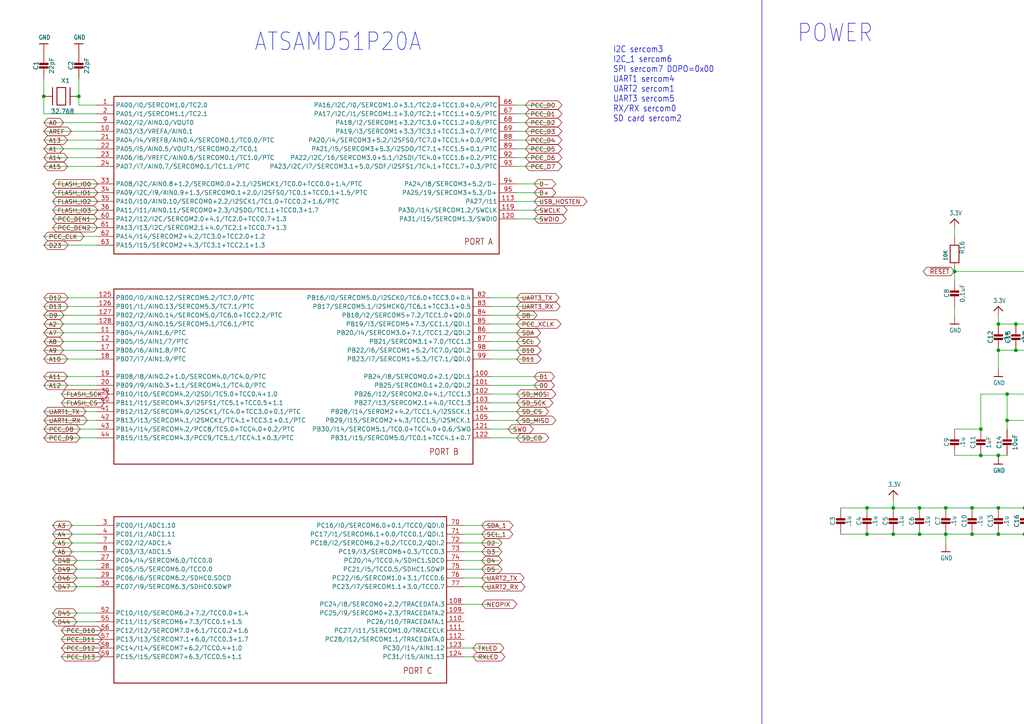
<source format=kicad_sch>
(kicad_sch (version 20231120) (generator "eeschema") (generator_version "8.0")
  (paper "A4")
  (lib_symbols
    (symbol "Adafruit Grand Central M4 Express rev B-eagle-import:3.3V" (power)
      (symbol "3.3V_1_0"
        (pin power_in line (at 0 -2.54 90) (length 2.54) (name "3.3V") (number "1"))
      )
    )
    (symbol "Adafruit Grand Central M4 Express rev B-eagle-import:CAP_CERAMIC0603_NO"
      (property "Reference" "C" (at -2.29 1.25 90))
      (symbol "CAP_CERAMIC0603_NO_1_0"
        (pin passive line (at 0 5.08 270) (length 2.54) (name "1") (number "1"))
        (pin passive line (at 0 -2.54 90) (length 2.54) (name "2") (number "2"))
      )
    )
    (symbol "Adafruit Grand Central M4 Express rev B-eagle-import:CAP_CERAMIC0805-NOOUTLINE"
      (property "Reference" "C" (at -2.29 1.25 90))
      (symbol "CAP_CERAMIC0805-NOOUTLINE_1_0"
        (pin passive line (at 0 5.08 270) (length 2.54) (name "1") (number "1"))
        (pin passive line (at 0 -2.54 90) (length 2.54) (name "2") (number "2"))
      )
    )
    (symbol "Adafruit Grand Central M4 Express rev B-eagle-import:INDUCTOR"
      (property "Reference" "L" (at 0 2.54 0))
      (symbol "INDUCTOR_1_0"
        (pin passive line (at -5.08 0 0) (length 2.54) (name "1") (number "P$1"))
        (pin passive line (at 5.08 0 180) (length 2.54) (name "2") (number "P$2"))
      )
    )
    (symbol "Adafruit Grand Central M4 Express rev B-eagle-import:RESISTOR_0603_NOOUT"
      (property "Reference" "R" (at 0 2.54 0))
      (symbol "RESISTOR_0603_NOOUT_1_0"
        (pin passive line (at -5.08 0 0) (length 2.54) (name "1") (number "1"))
        (pin passive line (at 5.08 0 180) (length 2.54) (name "2") (number "2"))
      )
    )
    (symbol "Adafruit Grand Central M4 Express rev B-eagle-import:SAMD51PXXA"
      (symbol "SAMD51PXXA_1_0"
        (text "PORT A" (at 45.72 -20.32 0) (effects (font (size 1.778 1.5113)) (justify left bottom)))
        (pin bidirectional line (at -60.96 20.32 0) (length 5.08) (name "PA00/I0/SERCOM1.0/TC2.0") (number "1"))
        (pin bidirectional line (at -60.96 12.7 0) (length 5.08) (name "PA03/I3/VREFA/AIN0.1") (number "10"))
        (pin bidirectional line (at 60.96 -7.62 180) (length 5.08) (name "PA27/I11") (number "113"))
        (pin bidirectional line (at 60.96 -10.16 180) (length 5.08) (name "PA30/I14/SERCOM1.2/SWCLK") (number "119"))
        (pin bidirectional line (at 60.96 -12.7 180) (length 5.08) (name "PA31/I15/SERCOM1.3/SWDIO") (number "120"))
        (pin bidirectional line (at -60.96 17.78 0) (length 5.08) (name "PA01/I1/SERCOM1.1/TC2.1") (number "2"))
        (pin bidirectional line (at -60.96 10.16 0) (length 5.08) (name "PA04/I4/VREFB/AIN0.4/SERCOM0.1/TC0.0/PTC") (number "21"))
        (pin bidirectional line (at -60.96 7.62 0) (length 5.08) (name "PA05/I5/AIN0.5/VOUT1/SERCOM0.2/TC0.1") (number "22"))
        (pin bidirectional line (at -60.96 5.08 0) (length 5.08) (name "PA06/I6/VREFC/AIN0.6/SERCOM0.1/TC1.0/PTC") (number "23"))
        (pin bidirectional line (at -60.96 2.54 0) (length 5.08) (name "PA07/I7/AIN0.7/SERCOM0.1/TC1.1/PTC") (number "24"))
        (pin bidirectional line (at -60.96 -2.54 0) (length 5.08) (name "PA08/I2C/AIN0.8+1.2/SERCOM0.0+2.1/I2SMCK1/TC0.0+TCC0.0+1.4/PTC") (number "33"))
        (pin bidirectional line (at -60.96 -5.08 0) (length 5.08) (name "PA09/I2C/I9/AIN0.9+1.3/SERCOM0.1+2.0/I2SFS0/TC0.1+TCC0.1+1.5/PTC") (number "34"))
        (pin bidirectional line (at -60.96 -7.62 0) (length 5.08) (name "PA10/I10/AIN0.10/SERCOM0+2.2/I2SCK1/TC1.0+TCC0.2+1.6/PTC") (number "35"))
        (pin bidirectional line (at -60.96 -10.16 0) (length 5.08) (name "PA11/I11/AIN0.11/SERCOM0+2.3/I2SDO/TC1.1+TCC0.3+1.7") (number "36"))
        (pin bidirectional line (at -60.96 -12.7 0) (length 5.08) (name "PA12/I12/I2C/SERCOM2.0+4.1/TC2.0+TCC0.7+1.3") (number "60"))
        (pin bidirectional line (at -60.96 -15.24 0) (length 5.08) (name "PA13/I13/I2C/SERCOM2.1+4.0/TC2.1+TCC0.7+1.3") (number "61"))
        (pin bidirectional line (at -60.96 -17.78 0) (length 5.08) (name "PA14/I14/SERCOM2+4.2/TC3.0+TCC2.0+1.2") (number "62"))
        (pin bidirectional line (at -60.96 -20.32 0) (length 5.08) (name "PA15/I15/SERCOM2+4.3/TC3.1+TCC2.1+1.3") (number "63"))
        (pin bidirectional line (at 60.96 20.32 180) (length 5.08) (name "PA16/I2C/I0/SERCOM1.0+3.1/TC2.0+TCC1.0+0.4/PTC") (number "66"))
        (pin bidirectional line (at 60.96 17.78 180) (length 5.08) (name "PA17/I2C/I1/SERCOM1.1+3.0/TC2.1+TCC1.1+0.5/PTC") (number "67"))
        (pin bidirectional line (at 60.96 15.24 180) (length 5.08) (name "PA18/I2/SERCOM1+3.2/TC3.0+TCC1.2+0.6/PTC") (number "68"))
        (pin bidirectional line (at 60.96 12.7 180) (length 5.08) (name "PA19/I3/SERCOM1+3.3/TC3.1+TCC1.3+0.7/PTC") (number "69"))
        (pin bidirectional line (at 60.96 10.16 180) (length 5.08) (name "PA20/I4/SERCOM3+5.2/I2SFS0/TC7.0+TCC1.4+0.0/PTC") (number "88"))
        (pin bidirectional line (at 60.96 7.62 180) (length 5.08) (name "PA21/I5/SERCOM3+5.3/I2SDO/TC7.1+TCC1.5+0.1/PTC") (number "89"))
        (pin bidirectional line (at -60.96 15.24 0) (length 5.08) (name "PA02/I2/AIN0.0/VOUT0") (number "9"))
        (pin bidirectional line (at 60.96 5.08 180) (length 5.08) (name "PA22/I2C/16/SERCOM3.0+5.1/I2SDI/TC4.0+TCC1.6+0.2/PTC") (number "92"))
        (pin bidirectional line (at 60.96 2.54 180) (length 5.08) (name "PA23/I2C/I7/SERCOM3.1+5.0/SOF/I2SFS1/TC4.1+TCC1.7+0.3/PTC") (number "93"))
        (pin bidirectional line (at 60.96 -2.54 180) (length 5.08) (name "PA24/I8/SERCOM3+5.2/D-") (number "94"))
        (pin bidirectional line (at 60.96 -5.08 180) (length 5.08) (name "PA25/19/SERCOM3+5.3/D+") (number "95"))
      )
      (symbol "SAMD51PXXA_2_0"
        (text "PORT B" (at 38.1 -25.4 0) (effects (font (size 1.778 1.5113)) (justify left bottom)))
        (pin bidirectional line (at 55.88 -2.54 180) (length 5.08) (name "PB24/I8/SERCOM0.0+2.1/QDI.1") (number "100"))
        (pin bidirectional line (at 55.88 -5.08 180) (length 5.08) (name "PB25/SERCOM0.1+2.0/QDI.2") (number "101"))
        (pin bidirectional line (at 55.88 -7.62 180) (length 5.08) (name "PB26/I12/SERCOM2.0+4.1/TCC1.3") (number "102"))
        (pin bidirectional line (at 55.88 -10.16 180) (length 5.08) (name "PB27/I13/SERCOM2.1+4.0/TCC1.3") (number "103"))
        (pin bidirectional line (at 55.88 -12.7 180) (length 5.08) (name "PB28/I14/SEROM2+4.2/TCC1.4/I2SSCK.1") (number "104"))
        (pin bidirectional line (at 55.88 -15.24 180) (length 5.08) (name "PB29/I15/SERCOM2+4.3/TCC1.5/I2SMCK.1") (number "105"))
        (pin bidirectional line (at -58.42 10.16 0) (length 5.08) (name "PB04/I4/AIN1.6/PTC") (number "11"))
        (pin bidirectional line (at -58.42 7.62 0) (length 5.08) (name "PB05/I5/AIN1/7/PTC") (number "12"))
        (pin bidirectional line (at 55.88 -17.78 180) (length 5.08) (name "PB30/I14/SERCOM5.1/TC0.0+TCC4.0+0.6/SWO") (number "121"))
        (pin bidirectional line (at 55.88 -20.32 180) (length 5.08) (name "PB31/I15/SERCOM5.0/TC0.1+TCC4.1+0.7") (number "122"))
        (pin bidirectional line (at -58.42 20.32 0) (length 5.08) (name "PB00/I0/AIN0.12/SERCOM5.2/TC7.0/PTC") (number "125"))
        (pin bidirectional line (at -58.42 17.78 0) (length 5.08) (name "PB01/I1/AIN0.13/SERCOM5.3/TC7.1/PTC") (number "126"))
        (pin bidirectional line (at -58.42 15.24 0) (length 5.08) (name "PB02/I2/AIN0.14/SERCOM5.0/TC6.0+TCC2.2/PTC") (number "127"))
        (pin bidirectional line (at -58.42 12.7 0) (length 5.08) (name "PB03/I3/AIN0.15/SERCOM5.1/TC6.1/PTC") (number "128"))
        (pin bidirectional line (at -58.42 5.08 0) (length 5.08) (name "PB06/I6/AIN1.8/PTC") (number "17"))
        (pin bidirectional line (at -58.42 2.54 0) (length 5.08) (name "PB07/I7/AIN1.9/PTC") (number "18"))
        (pin bidirectional line (at -58.42 -2.54 0) (length 5.08) (name "PB08/I8/AIN0.2+1.0/SERCOM4.0/TC4.0/PTC") (number "19"))
        (pin bidirectional line (at -58.42 -5.08 0) (length 5.08) (name "PB09/I9/AIN0.3+1.1/SERCOM4.1/TC4.0/PTC") (number "20"))
        (pin bidirectional line (at -58.42 -7.62 0) (length 5.08) (name "PB10/I10/SERCOM4.2/I2SDI/TC5.0+TCC0.4+1.0") (number "39"))
        (pin bidirectional line (at -58.42 -10.16 0) (length 5.08) (name "PB11/I11/SERCOM4.3/I2SFS1/TC5.1+TCC0.5+1.1") (number "40"))
        (pin bidirectional line (at -58.42 -12.7 0) (length 5.08) (name "PB12/I12/SERCOM4.0/I2SCK1/TC4.0+TCC3.0+0.1/PTC") (number "41"))
        (pin bidirectional line (at -58.42 -15.24 0) (length 5.08) (name "PB13/I13/SERCOM4.1/I2SMCK1/TC4.1+TCC3.1+0.1/PTC") (number "42"))
        (pin bidirectional line (at -58.42 -17.78 0) (length 5.08) (name "PB14/I14/SERCOM4.2/PCC8/TC5.0+TCC4.0+0.2/PTC") (number "43"))
        (pin bidirectional line (at -58.42 -20.32 0) (length 5.08) (name "PB15/I15/SERCOM4.3/PCC9/TC5.1/TCC4.1+0.3/PTC") (number "44"))
        (pin bidirectional line (at 55.88 20.32 180) (length 5.08) (name "PB16/I0/SERCOM5.0/I2SCK0/TC6.0+TCC3.0+0.4") (number "82"))
        (pin bidirectional line (at 55.88 17.78 180) (length 5.08) (name "PB17/SERCOM5.1/I2SMCK0/TC6.1+TCC3.1+0.5") (number "83"))
        (pin bidirectional line (at 55.88 15.24 180) (length 5.08) (name "PB18/I2/SERCOM5+7.2/TCC1.0+QDI.0") (number "84"))
        (pin bidirectional line (at 55.88 12.7 180) (length 5.08) (name "PB19/I3/SERCOM5+7.3/CC1.1/QDI.1") (number "85"))
        (pin bidirectional line (at 55.88 10.16 180) (length 5.08) (name "PB20/I4/SERCOM3.0+7.1/TCC1.2/QDI.2") (number "86"))
        (pin bidirectional line (at 55.88 7.62 180) (length 5.08) (name "PB21/SERCOM3.1+7.0/TCC1.3") (number "87"))
        (pin bidirectional line (at 55.88 5.08 180) (length 5.08) (name "PB22/I6/SERCOM1+5.2/TC7.0/QDI.2") (number "98"))
        (pin bidirectional line (at 55.88 2.54 180) (length 5.08) (name "PB23/I7/SERCOM1+5.3/TC7.1/QDI.0") (number "99"))
      )
      (symbol "SAMD51PXXA_3_0"
        (text "PORT C" (at 33.02 -27.94 0) (effects (font (size 1.778 1.5113)) (justify left bottom)))
        (pin bidirectional line (at 50.8 -7.62 180) (length 5.08) (name "PC24/I8/SERCOM0+2.2/TRACEDATA.3") (number "108"))
        (pin bidirectional line (at 50.8 -10.16 180) (length 5.08) (name "PC25/I9/SERCOM0+2.3/TRACEDATA.2") (number "109"))
        (pin bidirectional line (at 50.8 -12.7 180) (length 5.08) (name "PC26/I10/TRACEDATA.1") (number "110"))
        (pin bidirectional line (at 50.8 -15.24 180) (length 5.08) (name "PC27/I11/SERCOM1.0/TRACECLK") (number "111"))
        (pin bidirectional line (at 50.8 -17.78 180) (length 5.08) (name "PC28/I12/SERCOM1.1/TRACEDATA.0") (number "112"))
        (pin bidirectional line (at 50.8 -20.32 180) (length 5.08) (name "PC30/I14/AIN1.12") (number "123"))
        (pin bidirectional line (at 50.8 -22.86 180) (length 5.08) (name "PC31/I15/AIN1.13") (number "124"))
        (pin bidirectional line (at -55.88 5.08 0) (length 5.08) (name "PC04/I4/SERCOM6.0/TCC0.0") (number "27"))
        (pin bidirectional line (at -55.88 2.54 0) (length 5.08) (name "PC05/I5/SERCOM6.0/TCC0.0") (number "28"))
        (pin bidirectional line (at -55.88 0 0) (length 5.08) (name "PC06/I6/SERCOM6.2/SDHC0.SDCD") (number "29"))
        (pin bidirectional line (at -55.88 15.24 0) (length 5.08) (name "PC00/I1/ADC1.10") (number "3"))
        (pin bidirectional line (at -55.88 -2.54 0) (length 5.08) (name "PC07/I9/SERCOM6.3/SDHC0.SDWP") (number "30"))
        (pin bidirectional line (at -55.88 12.7 0) (length 5.08) (name "PC01/I1/ADC1.11") (number "4"))
        (pin bidirectional line (at -55.88 -10.16 0) (length 5.08) (name "PC10/I10/SERCOM6.2+7.2/TCC0.0+1.4") (number "52"))
        (pin bidirectional line (at -55.88 -12.7 0) (length 5.08) (name "PC11/I11/SERCOM6+7.3/TCC0.1+1.5") (number "55"))
        (pin bidirectional line (at -55.88 -15.24 0) (length 5.08) (name "PC12/I12/SERCOM7.0+6.1/TCC0.2+1.6") (number "56"))
        (pin bidirectional line (at -55.88 -17.78 0) (length 5.08) (name "PC13/I13/SERCOM7.1+6.0/TCC0.3+1.7") (number "57"))
        (pin bidirectional line (at -55.88 -20.32 0) (length 5.08) (name "PC14/I14/SERCOM7+6.2/TCC0.4+1.0") (number "58"))
        (pin bidirectional line (at -55.88 -22.86 0) (length 5.08) (name "PC15/I15/SERCOM7+6.3/TCC0.5+1.1") (number "59"))
        (pin bidirectional line (at -55.88 10.16 0) (length 5.08) (name "PC02/I2/ADC1.4") (number "7"))
        (pin bidirectional line (at 50.8 15.24 180) (length 5.08) (name "PC16/I0/SERCOM6.0+0.1/TCC0/QDI.0") (number "70"))
        (pin bidirectional line (at 50.8 12.7 180) (length 5.08) (name "PC17/I1/SERCOM6.1+0.0/TCC0.1/QDI.1") (number "71"))
        (pin bidirectional line (at 50.8 10.16 180) (length 5.08) (name "PC18/I2/SERCOM6.2+0.2/TCC0.2/QDI.2") (number "72"))
        (pin bidirectional line (at 50.8 7.62 180) (length 5.08) (name "PC19/I3/SERCOM6+0.3/TCC0.3") (number "73"))
        (pin bidirectional line (at 50.8 5.08 180) (length 5.08) (name "PC20/I4/TCC0.4/SDHC1.SDCD") (number "74"))
        (pin bidirectional line (at 50.8 2.54 180) (length 5.08) (name "PC21/I5/TCC0.5/SDHC1.SDWP") (number "75"))
        (pin bidirectional line (at 50.8 0 180) (length 5.08) (name "PC22/I6/SERCOM1.0+3.1/TCC0.6") (number "76"))
        (pin bidirectional line (at 50.8 -2.54 180) (length 5.08) (name "PC23/I7/SERCOM1.1+3.0/TCC0.7") (number "77"))
        (pin bidirectional line (at -55.88 7.62 0) (length 5.08) (name "PC03/I3/ADC1.5") (number "8"))
      )
      (symbol "SAMD51PXXA_4_0"
        (text "PORT D" (at 35.56 -7.62 0) (effects (font (size 1.778 1.5113)) (justify left bottom)))
        (pin bidirectional line (at -53.34 12.7 0) (length 5.08) (name "PD00/I0/AIN1.14") (number "13"))
        (pin bidirectional line (at -53.34 10.16 0) (length 5.08) (name "PD01/I1/AIN1.14") (number "16"))
        (pin bidirectional line (at -53.34 5.08 0) (length 5.08) (name "PD08/I3/SERCOM7.0+6.1/TCC0.1") (number "47"))
        (pin bidirectional line (at -53.34 2.54 0) (length 5.08) (name "PD09/I4/SERCOM7.1+6.0/TCC0.2") (number "48"))
        (pin bidirectional line (at -53.34 0 0) (length 5.08) (name "PD10/I5/SERCOM7+6.2/TCC0.3") (number "49"))
        (pin bidirectional line (at -53.34 -2.54 0) (length 5.08) (name "PD11/I6/SERCOM7+6.3/TCC0.4") (number "50"))
        (pin bidirectional line (at -53.34 -5.08 0) (length 5.08) (name "PD12/I7/TCC0.5") (number "51"))
        (pin bidirectional line (at 53.34 12.7 180) (length 5.08) (name "PD20/I10/SERCOM1+3.2/TCC1.0/SDHC1.SDCD") (number "80"))
        (pin bidirectional line (at 53.34 10.16 180) (length 5.08) (name "PD21/I11/SERCOM1+3.3/TCC1.1/SDHC1.SDWP") (number "81"))
      )
      (symbol "SAMD51PXXA_5_0"
        (text "POWER" (at 2.54 -33.02 0) (effects (font (size 1.778 1.5113)) (justify left bottom)))
        (pin bidirectional line (at 20.32 -15.24 180) (length 5.08) (name "GND9") (number "106"))
        (pin bidirectional line (at -20.32 -30.48 0) (length 5.08) (name "VDDIO6") (number "107"))
        (pin bidirectional line (at -20.32 22.86 0) (length 5.08) (name "~{RESET}") (number "114"))
        (pin bidirectional line (at -20.32 5.08 0) (length 5.08) (name "VDDCORE") (number "115"))
        (pin bidirectional line (at 20.32 22.86 180) (length 5.08) (name "GNDIO") (number "116"))
        (pin bidirectional line (at -20.32 -2.54 0) (length 5.08) (name "VSW") (number "117"))
        (pin bidirectional line (at -20.32 -33.02 0) (length 5.08) (name "VDDIO7") (number "118"))
        (pin bidirectional line (at 20.32 17.78 180) (length 5.08) (name "GNDANA") (number "14"))
        (pin bidirectional line (at -20.32 15.24 0) (length 5.08) (name "VDDANA1") (number "15"))
        (pin bidirectional line (at 20.32 15.24 180) (length 5.08) (name "GNDANA1") (number "25"))
        (pin bidirectional line (at -20.32 12.7 0) (length 5.08) (name "VDDANA2") (number "26"))
        (pin bidirectional line (at 20.32 5.08 180) (length 5.08) (name "GND1") (number "31"))
        (pin bidirectional line (at -20.32 -7.62 0) (length 5.08) (name "VDDIOB") (number "32"))
        (pin bidirectional line (at -20.32 -10.16 0) (length 5.08) (name "VDDIOB1") (number "37"))
        (pin bidirectional line (at 20.32 2.54 180) (length 5.08) (name "GND2") (number "38"))
        (pin bidirectional line (at 20.32 0 180) (length 5.08) (name "GND3") (number "45"))
        (pin bidirectional line (at -20.32 -15.24 0) (length 5.08) (name "VDDIO") (number "46"))
        (pin bidirectional line (at 20.32 7.62 180) (length 5.08) (name "GND") (number "5"))
        (pin bidirectional line (at 20.32 -2.54 180) (length 5.08) (name "GND4") (number "53"))
        (pin bidirectional line (at -20.32 -17.78 0) (length 5.08) (name "VDDIO1") (number "54"))
        (pin bidirectional line (at -20.32 17.78 0) (length 5.08) (name "VDDANA") (number "6"))
        (pin bidirectional line (at 20.32 -5.08 180) (length 5.08) (name "GND5") (number "64"))
        (pin bidirectional line (at -20.32 -20.32 0) (length 5.08) (name "VDDIO2") (number "65"))
        (pin bidirectional line (at 20.32 -7.62 180) (length 5.08) (name "GND6") (number "78"))
        (pin bidirectional line (at -20.32 -22.86 0) (length 5.08) (name "VDDIO3") (number "79"))
        (pin bidirectional line (at 20.32 -10.16 180) (length 5.08) (name "GND7") (number "90"))
        (pin bidirectional line (at -20.32 -25.4 0) (length 5.08) (name "VDDIO4") (number "91"))
        (pin bidirectional line (at 20.32 -12.7 180) (length 5.08) (name "GND8") (number "96"))
        (pin bidirectional line (at -20.32 -27.94 0) (length 5.08) (name "VDDIO5") (number "97"))
      )
    )
    (symbol "Adafruit Grand Central M4 Express rev B-eagle-import:XTAL-3.2X1.5"
      (property "Reference" "X" (at -2.54 3.81 0))
      (symbol "XTAL-3.2X1.5_1_0"
        (pin bidirectional line (at -5.08 0 0) (length 2.54) (name "P$1") (number "P$1"))
        (pin bidirectional line (at 5.08 0 180) (length 2.54) (name "P$2") (number "P$2"))
      )
    )
    (symbol "Adafruit Grand Central M4 Express rev B-eagle-import:microbuilder_GND" (power)
      (symbol "microbuilder_GND_1_0"
        (pin power_in line (at 0 2.54 270) (length 2.54) (name "GND") (number "1"))
      )
    )
  )
  (junction (at 355.6 114.3))
  (junction (at 276.86 78.74))
  (junction (at 284.48 124.46))
  (junction (at 297.18 147.32))
  (junction (at 289.56 132.08))
  (junction (at 355.6 116.84))
  (junction (at 266.7 147.32))
  (junction (at 314.96 149.86))
  (junction (at 292.1 121.92))
  (junction (at 355.6 134.62))
  (junction (at 292.1 114.3))
  (junction (at 314.96 147.32))
  (junction (at 314.96 129.54))
  (junction (at 297.18 154.94))
  (junction (at 314.96 104.14))
  (junction (at 259.08 147.32))
  (junction (at 355.6 132.08))
  (junction (at 314.96 101.6))
  (junction (at 355.6 129.54))
  (junction (at 281.94 147.32))
  (junction (at 314.96 134.62))
  (junction (at 12.7 27.94))
  (junction (at 22.86 27.94))
  (junction (at 314.96 137.16))
  (junction (at 274.32 154.94))
  (junction (at 355.6 127))
  (junction (at 259.08 154.94))
  (junction (at 251.46 147.32))
  (junction (at 355.6 111.76))
  (junction (at 274.32 147.32))
  (junction (at 289.56 147.32))
  (junction (at 289.56 101.6))
  (junction (at 307.34 147.32))
  (junction (at 289.56 154.94))
  (junction (at 355.6 124.46))
  (junction (at 284.48 132.08))
  (junction (at 302.26 147.32))
  (junction (at 314.96 142.24))
  (junction (at 355.6 104.14))
  (junction (at 289.56 93.98))
  (junction (at 355.6 119.38))
  (junction (at 251.46 154.94))
  (junction (at 281.94 154.94))
  (junction (at 314.96 144.78))
  (junction (at 299.72 93.98))
  (junction (at 302.26 154.94))
  (junction (at 355.6 101.6))
  (junction (at 266.7 154.94))
  (junction (at 294.64 101.6))
  (junction (at 355.6 121.92))
  (junction (at 294.64 93.98))
  (junction (at 314.96 139.7))
  (wire (pts (xy 149.86 55.88) (xy 157.48 55.88)) (stroke (width 0.1524)))
  (wire (pts (xy 284.48 114.3) (xy 284.48 124.46)) (stroke (width 0.1524)))
  (wire (pts (xy 27.94 187.96) (xy 17.78 187.96)) (stroke (width 0.1524)))
  (wire (pts (xy 274.32 154.94) (xy 281.94 154.94)) (stroke (width 0.1524)))
  (wire (pts (xy 27.94 116.84) (xy 17.78 116.84)) (stroke (width 0.1524)))
  (wire (pts (xy 355.6 114.3) (xy 355.6 111.76)) (stroke (width 0.1524)))
  (wire (pts (xy 12.7 48.26) (xy 27.94 48.26)) (stroke (width 0.1524)))
  (wire (pts (xy 134.62 157.48) (xy 144.78 157.48)) (stroke (width 0.1524)))
  (wire (pts (xy 27.94 53.34) (xy 15.24 53.34)) (stroke (width 0.1524)))
  (wire (pts (xy 160.02 38.1) (xy 149.86 38.1)) (stroke (width 0.1524)))
  (wire (pts (xy 294.64 101.6) (xy 289.56 101.6)) (stroke (width 0.1524)))
  (wire (pts (xy 27.94 71.12) (xy 12.7 71.12)) (stroke (width 0.1524)))
  (wire (pts (xy 284.48 132.08) (xy 276.86 132.08)) (stroke (width 0.1524)))
  (wire (pts (xy 314.96 129.54) (xy 314.96 134.62)) (stroke (width 0.1524)))
  (wire (pts (xy 276.86 81.28) (xy 276.86 78.74)) (stroke (width 0.1524)))
  (wire (pts (xy 27.94 58.42) (xy 15.24 58.42)) (stroke (width 0.1524)))
  (wire (pts (xy 27.94 33.02) (xy 12.7 33.02)) (stroke (width 0.1524)))
  (wire (pts (xy 27.94 60.96) (xy 15.24 60.96)) (stroke (width 0.1524)))
  (wire (pts (xy 149.86 43.18) (xy 160.02 43.18)) (stroke (width 0.1524)))
  (wire (pts (xy 266.7 147.32) (xy 274.32 147.32)) (stroke (width 0.1524)))
  (wire (pts (xy 27.94 86.36) (xy 12.7 86.36)) (stroke (width 0.1524)))
  (wire (pts (xy 284.48 132.08) (xy 289.56 132.08)) (stroke (width 0.1524)))
  (wire (pts (xy 134.62 162.56) (xy 144.78 162.56)) (stroke (width 0.1524)))
  (wire (pts (xy 27.94 162.56) (xy 15.24 162.56)) (stroke (width 0.1524)))
  (wire (pts (xy 15.24 160.02) (xy 27.94 160.02)) (stroke (width 0.1524)))
  (wire (pts (xy 134.62 160.02) (xy 144.78 160.02)) (stroke (width 0.1524)))
  (wire (pts (xy 142.24 96.52) (xy 154.94 96.52)) (stroke (width 0.1524)))
  (wire (pts (xy 292.1 114.3) (xy 284.48 114.3)) (stroke (width 0.1524)))
  (wire (pts (xy 292.1 132.08) (xy 289.56 132.08)) (stroke (width 0.1524)))
  (wire (pts (xy 304.8 101.6) (xy 304.8 93.98)) (stroke (width 0.1524)))
  (wire (pts (xy 355.6 111.76) (xy 355.6 104.14)) (stroke (width 0.1524)))
  (wire (pts (xy 134.62 175.26) (xy 142.24 175.26)) (stroke (width 0.1524)))
  (wire (pts (xy 314.96 149.86) (xy 314.96 152.4)) (stroke (width 0.1524)))
  (wire (pts (xy 302.26 154.94) (xy 307.34 154.94)) (stroke (width 0.1524)))
  (wire (pts (xy 12.7 93.98) (xy 27.94 93.98)) (stroke (width 0.1524)))
  (wire (pts (xy 142.24 111.76) (xy 157.48 111.76)) (stroke (width 0.1524)))
  (wire (pts (xy 259.08 147.32) (xy 266.7 147.32)) (stroke (width 0.1524)))
  (wire (pts (xy 276.86 66.04) (xy 276.86 68.58)) (stroke (width 0.1524)))
  (wire (pts (xy 15.24 154.94) (xy 27.94 154.94)) (stroke (width 0.1524)))
  (wire (pts (xy 27.94 119.38) (xy 12.7 119.38)) (stroke (width 0.1524)))
  (wire (pts (xy 134.62 218.44) (xy 144.78 218.44)) (stroke (width 0.1524)))
  (wire (pts (xy 27.94 45.72) (xy 12.7 45.72)) (stroke (width 0.1524)))
  (wire (pts (xy 314.96 134.62) (xy 314.96 137.16)) (stroke (width 0.1524)))
  (wire (pts (xy 27.94 35.56) (xy 12.7 35.56)) (stroke (width 0.1524)))
  (wire (pts (xy 292.1 121.92) (xy 292.1 124.46)) (stroke (width 0.1524)))
  (wire (pts (xy 134.62 170.18) (xy 142.24 170.18)) (stroke (width 0.1524)))
  (wire (pts (xy 266.7 154.94) (xy 259.08 154.94)) (stroke (width 0.1524)))
  (wire (pts (xy 314.96 127) (xy 314.96 129.54)) (stroke (width 0.1524)))
  (wire (pts (xy 15.24 63.5) (xy 27.94 63.5)) (stroke (width 0.1524)))
  (wire (pts (xy 281.94 154.94) (xy 289.56 154.94)) (stroke (width 0.1524)))
  (wire (pts (xy 134.62 187.96) (xy 142.24 187.96)) (stroke (width 0.1524)))
  (wire (pts (xy 27.94 177.8) (xy 15.24 177.8)) (stroke (width 0.1524)))
  (wire (pts (xy 251.46 147.32) (xy 243.84 147.32)) (stroke (width 0.1524)))
  (wire (pts (xy 27.94 180.34) (xy 15.24 180.34)) (stroke (width 0.1524)))
  (wire (pts (xy 15.24 157.48) (xy 27.94 157.48)) (stroke (width 0.1524)))
  (wire (pts (xy 160.02 33.02) (xy 149.86 33.02)) (stroke (width 0.1524)))
  (wire (pts (xy 12.7 109.22) (xy 27.94 109.22)) (stroke (width 0.1524)))
  (wire (pts (xy 27.94 88.9) (xy 12.7 88.9)) (stroke (width 0.1524)))
  (wire (pts (xy 27.94 68.58) (xy 12.7 68.58)) (stroke (width 0.1524)))
  (wire (pts (xy 314.96 137.16) (xy 314.96 139.7)) (stroke (width 0.1524)))
  (wire (pts (xy 276.86 91.44) (xy 276.86 88.9)) (stroke (width 0.1524)))
  (wire (pts (xy 27.94 226.06) (xy 15.24 226.06)) (stroke (width 0.1524)))
  (wire (pts (xy 134.62 154.94) (xy 144.78 154.94)) (stroke (width 0.1524)))
  (wire (pts (xy 276.86 78.74) (xy 314.96 78.74)) (stroke (width 0.1524)))
  (wire (pts (xy 142.24 124.46) (xy 149.86 124.46)) (stroke (width 0.1524)))
  (wire (pts (xy 149.86 45.72) (xy 157.48 45.72)) (stroke (width 0.1524)))
  (wire (pts (xy 27.94 114.3) (xy 17.78 114.3)) (stroke (width 0.1524)))
  (wire (pts (xy 274.32 157.48) (xy 274.32 154.94)) (stroke (width 0.1524)))
  (wire (pts (xy 12.7 111.76) (xy 27.94 111.76)) (stroke (width 0.1524)))
  (wire (pts (xy 297.18 147.32) (xy 302.26 147.32)) (stroke (width 0.1524)))
  (wire (pts (xy 27.94 40.64) (xy 12.7 40.64)) (stroke (width 0.1524)))
  (wire (pts (xy 304.8 93.98) (xy 299.72 93.98)) (stroke (width 0.1524)))
  (wire (pts (xy 289.56 147.32) (xy 297.18 147.32)) (stroke (width 0.1524)))
  (wire (pts (xy 27.94 228.6) (xy 15.24 228.6)) (stroke (width 0.1524)))
  (wire (pts (xy 15.24 152.4) (xy 27.94 152.4)) (stroke (width 0.1524)))
  (wire (pts (xy 307.34 147.32) (xy 302.26 147.32)) (stroke (width 0.1524)))
  (wire (pts (xy 314.96 142.24) (xy 314.96 144.78)) (stroke (width 0.1524)))
  (wire (pts (xy 27.94 121.92) (xy 12.7 121.92)) (stroke (width 0.1524)))
  (wire (pts (xy 314.96 78.74) (xy 314.96 96.52)) (stroke (width 0.1524)))
  (wire (pts (xy 27.94 236.22) (xy 15.24 236.22)) (stroke (width 0.1524)))
  (wire (pts (xy 142.24 109.22) (xy 157.48 109.22)) (stroke (width 0.1524)))
  (wire (pts (xy 142.24 119.38) (xy 157.48 119.38)) (stroke (width 0.1524)))
  (wire (pts (xy 12.7 101.6) (xy 27.94 101.6)) (stroke (width 0.1524)))
  (wire (pts (xy 12.7 96.52) (xy 27.94 96.52)) (stroke (width 0.1524)))
  (wire (pts (xy 294.64 93.98) (xy 289.56 93.98)) (stroke (width 0.1524)))
  (wire (pts (xy 314.96 139.7) (xy 314.96 142.24)) (stroke (width 0.1524)))
  (wire (pts (xy 27.94 167.64) (xy 15.24 167.64)) (stroke (width 0.1524)))
  (wire (pts (xy 27.94 124.46) (xy 12.7 124.46)) (stroke (width 0.1524)))
  (wire (pts (xy 134.62 152.4) (xy 144.78 152.4)) (stroke (width 0.1524)))
  (wire (pts (xy 142.24 86.36) (xy 154.94 86.36)) (stroke (width 0.1524)))
  (wire (pts (xy 27.94 190.5) (xy 17.78 190.5)) (stroke (width 0.1524)))
  (wire (pts (xy 27.94 233.68) (xy 15.24 233.68)) (stroke (width 0.1524)))
  (wire (pts (xy 27.94 165.1) (xy 15.24 165.1)) (stroke (width 0.1524)))
  (wire (pts (xy 314.96 121.92) (xy 307.34 121.92)) (stroke (width 0.1524)))
  (wire (pts (xy 355.6 129.54) (xy 355.6 127)) (stroke (width 0.1524)))
  (wire (pts (xy 149.86 63.5) (xy 157.48 63.5)) (stroke (width 0.1524)))
  (wire (pts (xy 27.94 55.88) (xy 15.24 55.88)) (stroke (width 0.1524)))
  (wire (pts (xy 142.24 114.3) (xy 157.48 114.3)) (stroke (width 0.1524)))
  (wire (pts (xy 134.62 190.5) (xy 142.24 190.5)) (stroke (width 0.1524)))
  (wire (pts (xy 27.94 30.48) (xy 22.86 30.48)) (stroke (width 0.1524)))
  (wire (pts (xy 27.94 43.18) (xy 12.7 43.18)) (stroke (width 0.1524)))
  (wire (pts (xy 355.6 134.62) (xy 355.6 132.08)) (stroke (width 0.1524)))
  (wire (pts (xy 355.6 119.38) (xy 355.6 116.84)) (stroke (width 0.1524)))
  (wire (pts (xy 134.62 165.1) (xy 144.78 165.1)) (stroke (width 0.1524)))
  (wire (pts (xy 27.94 170.18) (xy 15.24 170.18)) (stroke (width 0.1524)))
  (wire (pts (xy 12.7 99.06) (xy 27.94 99.06)) (stroke (width 0.1524)))
  (wire (pts (xy 142.24 104.14) (xy 154.94 104.14)) (stroke (width 0.1524)))
  (wire (pts (xy 142.24 91.44) (xy 154.94 91.44)) (stroke (width 0.1524)))
  (wire (pts (xy 355.6 127) (xy 355.6 124.46)) (stroke (width 0.1524)))
  (wire (pts (xy 259.08 147.32) (xy 251.46 147.32)) (stroke (width 0.1524)))
  (wire (pts (xy 297.18 121.92) (xy 292.1 121.92)) (stroke (width 0.1524)))
  (wire (pts (xy 274.32 147.32) (xy 281.94 147.32)) (stroke (width 0.1524)))
  (wire (pts (xy 314.96 104.14) (xy 314.96 101.6)) (stroke (width 0.1524)))
  (wire (pts (xy 142.24 116.84) (xy 157.48 116.84)) (stroke (width 0.1524)))
  (wire (pts (xy 355.6 124.46) (xy 355.6 121.92)) (stroke (width 0.1524)))
  (wire (pts (xy 142.24 101.6) (xy 154.94 101.6)) (stroke (width 0.1524)))
  (wire (pts (xy 12.7 27.94) (xy 12.7 22.86)) (stroke (width 0.1524)))
  (wire (pts (xy 251.46 154.94) (xy 243.84 154.94)) (stroke (width 0.1524)))
  (wire (pts (xy 266.7 154.94) (xy 274.32 154.94)) (stroke (width 0.1524)))
  (wire (pts (xy 149.86 60.96) (xy 157.48 60.96)) (stroke (width 0.1524)))
  (wire (pts (xy 142.24 121.92) (xy 157.48 121.92)) (stroke (width 0.1524)))
  (wire (pts (xy 292.1 114.3) (xy 292.1 121.92)) (stroke (width 0.1524)))
  (wire (pts (xy 12.7 33.02) (xy 12.7 27.94)) (stroke (width 0.1524)))
  (wire (pts (xy 160.02 35.56) (xy 149.86 35.56)) (stroke (width 0.1524)))
  (wire (pts (xy 134.62 167.64) (xy 142.24 167.64)) (stroke (width 0.1524)))
  (wire (pts (xy 314.96 114.3) (xy 292.1 114.3)) (stroke (width 0.1524)))
  (wire (pts (xy 142.24 99.06) (xy 154.94 99.06)) (stroke (width 0.1524)))
  (wire (pts (xy 314.96 101.6) (xy 304.8 101.6)) (stroke (width 0.1524)))
  (wire (pts (xy 307.34 147.32) (xy 314.96 147.32)) (stroke (width 0.1524)))
  (wire (pts (xy 149.86 40.64) (xy 160.02 40.64)) (stroke (width 0.1524)))
  (wire (pts (xy 355.6 132.08) (xy 355.6 129.54)) (stroke (width 0.1524)))
  (wire (pts (xy 297.18 154.94) (xy 302.26 154.94)) (stroke (width 0.1524)))
  (wire (pts (xy 134.62 220.98) (xy 144.78 220.98)) (stroke (width 0.1524)))
  (wire (pts (xy 142.24 88.9) (xy 154.94 88.9)) (stroke (width 0.1524)))
  (wire (pts (xy 27.94 231.14) (xy 15.24 231.14)) (stroke (width 0.1524)))
  (wire (pts (xy 22.86 30.48) (xy 22.86 27.94)) (stroke (width 0.1524)))
  (wire (pts (xy 15.24 66.04) (xy 27.94 66.04)) (stroke (width 0.1524)))
  (wire (pts (xy 27.94 182.88) (xy 17.78 182.88)) (stroke (width 0.1524)))
  (wire (pts (xy 160.02 30.48) (xy 149.86 30.48)) (stroke (width 0.1524)))
  (wire (pts (xy 355.6 101.6) (xy 355.6 96.52)) (stroke (width 0.1524)))
  (wire (pts (xy 276.86 124.46) (xy 284.48 124.46)) (stroke (width 0.1524)))
  (wire (pts (xy 355.6 104.14) (xy 355.6 101.6)) (stroke (width 0.1524)))
  (wire (pts (xy 149.86 53.34) (xy 157.48 53.34)) (stroke (width 0.1524)))
  (wire (pts (xy 142.24 127) (xy 157.48 127)) (stroke (width 0.1524)))
  (wire (pts (xy 149.86 58.42) (xy 157.48 58.42)) (stroke (width 0.1524)))
  (wire (pts (xy 314.96 144.78) (xy 314.96 147.32)) (stroke (width 0.1524)))
  (wire (pts (xy 27.94 91.44) (xy 12.7 91.44)) (stroke (width 0.1524)))
  (wire (pts (xy 289.56 91.44) (xy 289.56 93.98)) (stroke (width 0.1524)))
  (wire (pts (xy 289.56 154.94) (xy 297.18 154.94)) (stroke (width 0.1524)))
  (wire (pts (xy 314.96 106.68) (xy 314.96 104.14)) (stroke (width 0.1524)))
  (wire (pts (xy 355.6 116.84) (xy 355.6 114.3)) (stroke (width 0.1524)))
  (wire (pts (xy 314.96 147.32) (xy 314.96 149.86)) (stroke (width 0.1524)))
  (wire (pts (xy 299.72 93.98) (xy 294.64 93.98)) (stroke (width 0.1524)))
  (wire (pts (xy 22.86 22.86) (xy 22.86 27.94)) (stroke (width 0.1524)))
  (wire (pts (xy 27.94 127) (xy 12.7 127)) (stroke (width 0.1524)))
  (polyline (pts (xy 220.98 0) (xy 220.98 251.46)) (stroke (width 0.1524) (type solid)))
  (wire (pts (xy 289.56 147.32) (xy 281.94 147.32)) (stroke (width 0.1524)))
  (wire (pts (xy 12.7 104.14) (xy 27.94 104.14)) (stroke (width 0.1524)))
  (wire (pts (xy 142.24 93.98) (xy 154.94 93.98)) (stroke (width 0.1524)))
  (wire (pts (xy 289.56 101.6) (xy 289.56 106.68)) (stroke (width 0.1524)))
  (wire (pts (xy 149.86 48.26) (xy 157.48 48.26)) (stroke (width 0.1524)))
  (wire (pts (xy 355.6 121.92) (xy 355.6 119.38)) (stroke (width 0.1524)))
  (wire (pts (xy 259.08 144.78) (xy 259.08 147.32)) (stroke (width 0.1524)))
  (wire (pts (xy 299.72 101.6) (xy 294.64 101.6)) (stroke (width 0.1524)))
  (wire (pts (xy 259.08 154.94) (xy 251.46 154.94)) (stroke (width 0.1524)))
  (wire (pts (xy 355.6 137.16) (xy 355.6 134.62)) (stroke (width 0.1524)))
  (wire (pts (xy 27.94 38.1) (xy 12.7 38.1)) (stroke (width 0.1524)))
  (wire (pts (xy 27.94 185.42) (xy 17.78 185.42)) (stroke (width 0.1524)))
  (text "ATSAMD51P20A" (at 73.66 15.24 0) (effects (font (size 5.08 4.318)) (justify left bottom)))
  (text "POWER" (at 231.14 12.7 0) (effects (font (size 5.08 4.318)) (justify left bottom)))
  (text "I2C sercom3\nI2C_1 sercom6\nSPI sercom7 DOPO=0x00\nUART1 sercom4\nUART2 sercom1\nUART3 sercom5\nRX/RX sercom0\nSD card sercom2" (at 177.8 35.56 0) (effects (font (size 1.778 1.5113)) (justify left bottom)))
  (global_label "A13" (shape bidirectional) (at 12.7 40.64 0) (effects (font (size 1.2446 1.2446))) (property "Intersheetrefs" "${INTERSHEET_REFS}" (effects (hide yes))))
  (global_label "PCC_D4" (shape bidirectional) (at 152.4 40.64 0) (effects (font (size 1.2446 1.2446))) (property "Intersheetrefs" "${INTERSHEET_REFS}" (effects (hide yes))))
  (global_label "SCL" (shape bidirectional) (at 149.86 99.06 0) (effects (font (size 1.2446 1.2446))) (property "Intersheetrefs" "${INTERSHEET_REFS}" (effects (hide yes))))
  (global_label "A2" (shape bidirectional) (at 12.7 93.98 0) (effects (font (size 1.2446 1.2446))) (property "Intersheetrefs" "${INTERSHEET_REFS}" (effects (hide yes))))
  (global_label "USB_HOSTEN" (shape bidirectional) (at 154.94 58.42 0) (effects (font (size 1.2446 1.2446))) (property "Intersheetrefs" "${INTERSHEET_REFS}" (effects (hide yes))))
  (global_label "TXLED" (shape bidirectional) (at 137.16 187.96 0) (effects (font (size 1.2446 1.2446))) (property "Intersheetrefs" "${INTERSHEET_REFS}" (effects (hide yes))))
  (global_label "SD_SCK" (shape bidirectional) (at 149.86 116.84 0) (effects (font (size 1.2446 1.2446))) (property "Intersheetrefs" "${INTERSHEET_REFS}" (effects (hide yes))))
  (global_label "SD_CD" (shape bidirectional) (at 149.86 127 0) (effects (font (size 1.2446 1.2446))) (property "Intersheetrefs" "${INTERSHEET_REFS}" (effects (hide yes))))
  (global_label "D7" (shape bidirectional) (at 142.24 220.98 0) (effects (font (size 1.2446 1.2446))) (property "Intersheetrefs" "${INTERSHEET_REFS}" (effects (hide yes))))
  (global_label "D47" (shape bidirectional) (at 15.24 170.18 0) (effects (font (size 1.2446 1.2446))) (property "Intersheetrefs" "${INTERSHEET_REFS}" (effects (hide yes))))
  (global_label "SDA_1" (shape bidirectional) (at 139.7 152.4 0) (effects (font (size 1.2446 1.2446))) (property "Intersheetrefs" "${INTERSHEET_REFS}" (effects (hide yes))))
  (global_label "D45" (shape bidirectional) (at 15.24 177.8 0) (effects (font (size 1.2446 1.2446))) (property "Intersheetrefs" "${INTERSHEET_REFS}" (effects (hide yes))))
  (global_label "D48" (shape bidirectional) (at 15.24 162.56 0) (effects (font (size 1.2446 1.2446))) (property "Intersheetrefs" "${INTERSHEET_REFS}" (effects (hide yes))))
  (global_label "UART3_RX" (shape bidirectional) (at 149.86 88.9 0) (effects (font (size 1.2446 1.2446))) (property "Intersheetrefs" "${INTERSHEET_REFS}" (effects (hide yes))))
  (global_label "PCC_CLK" (shape bidirectional) (at 12.7 68.58 0) (effects (font (size 1.2446 1.2446))) (property "Intersheetrefs" "${INTERSHEET_REFS}" (effects (hide yes))))
  (global_label "D22" (shape bidirectional) (at 15.24 236.22 0) (effects (font (size 1.2446 1.2446))) (property "Intersheetrefs" "${INTERSHEET_REFS}" (effects (hide yes))))
  (global_label "SDA" (shape bidirectional) (at 149.86 96.52 0) (effects (font (size 1.2446 1.2446))) (property "Intersheetrefs" "${INTERSHEET_REFS}" (effects (hide yes))))
  (global_label "SS" (shape bidirectional) (at 15.24 231.14 0) (effects (font (size 1.2446 1.2446))) (property "Intersheetrefs" "${INTERSHEET_REFS}" (effects (hide yes))))
  (global_label "A8" (shape bidirectional) (at 12.7 99.06 0) (effects (font (size 1.2446 1.2446))) (property "Intersheetrefs" "${INTERSHEET_REFS}" (effects (hide yes))))
  (global_label "D+" (shape bidirectional) (at 154.94 55.88 0) (effects (font (size 1.2446 1.2446))) (property "Intersheetrefs" "${INTERSHEET_REFS}" (effects (hide yes))))
  (global_label "A3" (shape bidirectional) (at 15.24 152.4 0) (effects (font (size 1.2446 1.2446))) (property "Intersheetrefs" "${INTERSHEET_REFS}" (effects (hide yes))))
  (global_label "MOSI" (shape bidirectional) (at 15.24 226.06 0) (effects (font (size 1.2446 1.2446))) (property "Intersheetrefs" "${INTERSHEET_REFS}" (effects (hide yes))))
  (global_label "PCC_D13" (shape bidirectional) (at 17.78 190.5 0) (effects (font (size 1.2446 1.2446))) (property "Intersheetrefs" "${INTERSHEET_REFS}" (effects (hide yes))))
  (global_label "A1" (shape bidirectional) (at 12.7 43.18 0) (effects (font (size 1.2446 1.2446))) (property "Intersheetrefs" "${INTERSHEET_REFS}" (effects (hide yes))))
  (global_label "PCC_D5" (shape bidirectional) (at 152.4 43.18 0) (effects (font (size 1.2446 1.2446))) (property "Intersheetrefs" "${INTERSHEET_REFS}" (effects (hide yes))))
  (global_label "D3" (shape bidirectional) (at 139.7 160.02 0) (effects (font (size 1.2446 1.2446))) (property "Intersheetrefs" "${INTERSHEET_REFS}" (effects (hide yes))))
  (global_label "PCC_D12" (shape bidirectional) (at 17.78 187.96 0) (effects (font (size 1.2446 1.2446))) (property "Intersheetrefs" "${INTERSHEET_REFS}" (effects (hide yes))))
  (global_label "D-" (shape bidirectional) (at 154.94 53.34 0) (effects (font (size 1.2446 1.2446))) (property "Intersheetrefs" "${INTERSHEET_REFS}" (effects (hide yes))))
  (global_label "D5" (shape bidirectional) (at 139.7 165.1 0) (effects (font (size 1.2446 1.2446))) (property "Intersheetrefs" "${INTERSHEET_REFS}" (effects (hide yes))))
  (global_label "PCC_D7" (shape bidirectional) (at 152.4 48.26 0) (effects (font (size 1.2446 1.2446))) (property "Intersheetrefs" "${INTERSHEET_REFS}" (effects (hide yes))))
  (global_label "PCC_D1" (shape bidirectional) (at 152.4 33.02 0) (effects (font (size 1.2446 1.2446))) (property "Intersheetrefs" "${INTERSHEET_REFS}" (effects (hide yes))))
  (global_label "PCC_D8" (shape bidirectional) (at 12.7 124.46 0) (effects (font (size 1.2446 1.2446))) (property "Intersheetrefs" "${INTERSHEET_REFS}" (effects (hide yes))))
  (global_label "PCC_D3" (shape bidirectional) (at 152.4 38.1 0) (effects (font (size 1.2446 1.2446))) (property "Intersheetrefs" "${INTERSHEET_REFS}" (effects (hide yes))))
  (global_label "PCC_DEN1" (shape bidirectional) (at 15.24 63.5 0) (effects (font (size 1.2446 1.2446))) (property "Intersheetrefs" "${INTERSHEET_REFS}" (effects (hide yes))))
  (global_label "UART2_RX" (shape bidirectional) (at 139.7 170.18 0) (effects (font (size 1.2446 1.2446))) (property "Intersheetrefs" "${INTERSHEET_REFS}" (effects (hide yes))))
  (global_label "D44" (shape bidirectional) (at 15.24 180.34 0) (effects (font (size 1.2446 1.2446))) (property "Intersheetrefs" "${INTERSHEET_REFS}" (effects (hide yes))))
  (global_label "PCC_D2" (shape bidirectional) (at 152.4 35.56 0) (effects (font (size 1.2446 1.2446))) (property "Intersheetrefs" "${INTERSHEET_REFS}" (effects (hide yes))))
  (global_label "D49" (shape bidirectional) (at 15.24 165.1 0) (effects (font (size 1.2446 1.2446))) (property "Intersheetrefs" "${INTERSHEET_REFS}" (effects (hide yes))))
  (global_label "SD_MISO" (shape bidirectional) (at 149.86 121.92 0) (effects (font (size 1.2446 1.2446))) (property "Intersheetrefs" "${INTERSHEET_REFS}" (effects (hide yes))))
  (global_label "A9" (shape bidirectional) (at 12.7 101.6 0) (effects (font (size 1.2446 1.2446))) (property "Intersheetrefs" "${INTERSHEET_REFS}" (effects (hide yes))))
  (global_label "FLASH_CS" (shape bidirectional) (at 17.78 116.84 0) (effects (font (size 1.2446 1.2446))) (property "Intersheetrefs" "${INTERSHEET_REFS}" (effects (hide yes))))
  (global_label "UART1_TX" (shape bidirectional) (at 12.7 119.38 0) (effects (font (size 1.2446 1.2446))) (property "Intersheetrefs" "${INTERSHEET_REFS}" (effects (hide yes))))
  (global_label "PCC_D6" (shape bidirectional) (at 152.4 45.72 0) (effects (font (size 1.2446 1.2446))) (property "Intersheetrefs" "${INTERSHEET_REFS}" (effects (hide yes))))
  (global_label "FLASH_IO3" (shape bidirectional) (at 15.24 60.96 0) (effects (font (size 1.2446 1.2446))) (property "Intersheetrefs" "${INTERSHEET_REFS}" (effects (hide yes))))
  (global_label "D10" (shape bidirectional) (at 149.86 101.6 0) (effects (font (size 1.2446 1.2446))) (property "Intersheetrefs" "${INTERSHEET_REFS}" (effects (hide yes))))
  (global_label "PCC_D10" (shape bidirectional) (at 17.78 182.88 0) (effects (font (size 1.2446 1.2446))) (property "Intersheetrefs" "${INTERSHEET_REFS}" (effects (hide yes))))
  (global_label "D13" (shape bidirectional) (at 12.7 88.9 0) (effects (font (size 1.2446 1.2446))) (property "Intersheetrefs" "${INTERSHEET_REFS}" (effects (hide yes))))
  (global_label "PCC_DEN2" (shape bidirectional) (at 15.24 66.04 0) (effects (font (size 1.2446 1.2446))) (property "Intersheetrefs" "${INTERSHEET_REFS}" (effects (hide yes))))
  (global_label "UART1_RX" (shape bidirectional) (at 12.7 121.92 0) (effects (font (size 1.2446 1.2446))) (property "Intersheetrefs" "${INTERSHEET_REFS}" (effects (hide yes))))
  (global_label "NEOPIX" (shape bidirectional) (at 139.7 175.26 0) (effects (font (size 1.2446 1.2446))) (property "Intersheetrefs" "${INTERSHEET_REFS}" (effects (hide yes))))
  (global_label "MISO" (shape bidirectional) (at 15.24 233.68 0) (effects (font (size 1.2446 1.2446))) (property "Intersheetrefs" "${INTERSHEET_REFS}" (effects (hide yes))))
  (global_label "D23" (shape bidirectional) (at 12.7 71.12 0) (effects (font (size 1.2446 1.2446))) (property "Intersheetrefs" "${INTERSHEET_REFS}" (effects (hide yes))))
  (global_label "D46" (shape bidirectional) (at 15.24 167.64 0) (effects (font (size 1.2446 1.2446))) (property "Intersheetrefs" "${INTERSHEET_REFS}" (effects (hide yes))))
  (global_label "FLASH_SCK" (shape bidirectional) (at 17.78 114.3 0) (effects (font (size 1.2446 1.2446))) (property "Intersheetrefs" "${INTERSHEET_REFS}" (effects (hide yes))))
  (global_label "UART2_TX" (shape bidirectional) (at 139.7 167.64 0) (effects (font (size 1.2446 1.2446))) (property "Intersheetrefs" "${INTERSHEET_REFS}" (effects (hide yes))))
  (global_label "D12" (shape bidirectional) (at 12.7 86.36 0) (effects (font (size 1.2446 1.2446))) (property "Intersheetrefs" "${INTERSHEET_REFS}" (effects (hide yes))))
  (global_label "D0" (shape bidirectional) (at 154.94 111.76 0) (effects (font (size 1.2446 1.2446))) (property "Intersheetrefs" "${INTERSHEET_REFS}" (effects (hide yes))))
  (global_label "A10" (shape bidirectional) (at 12.7 104.14 0) (effects (font (size 1.2446 1.2446))) (property "Intersheetrefs" "${INTERSHEET_REFS}" (effects (hide yes))))
  (global_label "D2" (shape bidirectional) (at 139.7 157.48 0) (effects (font (size 1.2446 1.2446))) (property "Intersheetrefs" "${INTERSHEET_REFS}" (effects (hide yes))))
  (global_label "PCC_D11" (shape bidirectional) (at 17.78 185.42 0) (effects (font (size 1.2446 1.2446))) (property "Intersheetrefs" "${INTERSHEET_REFS}" (effects (hide yes))))
  (global_label "SD_CS" (shape bidirectional) (at 149.86 119.38 0) (effects (font (size 1.2446 1.2446))) (property "Intersheetrefs" "${INTERSHEET_REFS}" (effects (hide yes))))
  (global_label "D8" (shape bidirectional) (at 149.86 91.44 0) (effects (font (size 1.2446 1.2446))) (property "Intersheetrefs" "${INTERSHEET_REFS}" (effects (hide yes))))
  (global_label "PCC_D9" (shape bidirectional) (at 12.7 127 0) (effects (font (size 1.2446 1.2446))) (property "Intersheetrefs" "${INTERSHEET_REFS}" (effects (hide yes))))
  (global_label "A12" (shape bidirectional) (at 12.7 111.76 0) (effects (font (size 1.2446 1.2446))) (property "Intersheetrefs" "${INTERSHEET_REFS}" (effects (hide yes))))
  (global_label "SWO" (shape bidirectional) (at 147.32 124.46 0) (effects (font (size 1.2446 1.2446))) (property "Intersheetrefs" "${INTERSHEET_REFS}" (effects (hide yes))))
  (global_label "A6" (shape bidirectional) (at 15.24 160.02 0) (effects (font (size 1.2446 1.2446))) (property "Intersheetrefs" "${INTERSHEET_REFS}" (effects (hide yes))))
  (global_label "D6" (shape bidirectional) (at 142.24 218.44 0) (effects (font (size 1.2446 1.2446))) (property "Intersheetrefs" "${INTERSHEET_REFS}" (effects (hide yes))))
  (global_label "A4" (shape bidirectional) (at 15.24 154.94 0) (effects (font (size 1.2446 1.2446))) (property "Intersheetrefs" "${INTERSHEET_REFS}" (effects (hide yes))))
  (global_label "A11" (shape bidirectional) (at 12.7 109.22 0) (effects (font (size 1.2446 1.2446))) (property "Intersheetrefs" "${INTERSHEET_REFS}" (effects (hide yes))))
  (global_label "D9" (shape bidirectional) (at 12.7 91.44 0) (effects (font (size 1.2446 1.2446))) (property "Intersheetrefs" "${INTERSHEET_REFS}" (effects (hide yes))))
  (global_label "UART3_TX" (shape bidirectional) (at 149.86 86.36 0) (effects (font (size 1.2446 1.2446))) (property "Intersheetrefs" "${INTERSHEET_REFS}" (effects (hide yes))))
  (global_label "PCC_D0" (shape bidirectional) (at 152.4 30.48 0) (effects (font (size 1.2446 1.2446))) (property "Intersheetrefs" "${INTERSHEET_REFS}" (effects (hide yes))))
  (global_label "A0" (shape bidirectional) (at 12.7 35.56 0) (effects (font (size 1.2446 1.2446))) (property "Intersheetrefs" "${INTERSHEET_REFS}" (effects (hide yes))))
  (global_label "D11" (shape bidirectional) (at 149.86 104.14 0) (effects (font (size 1.2446 1.2446))) (property "Intersheetrefs" "${INTERSHEET_REFS}" (effects (hide yes))))
  (global_label "PCC_XCLK" (shape bidirectional) (at 149.86 93.98 0) (effects (font (size 1.2446 1.2446))) (property "Intersheetrefs" "${INTERSHEET_REFS}" (effects (hide yes))))
  (global_label "SWDIO" (shape bidirectional) (at 154.94 63.5 0) (effects (font (size 1.2446 1.2446))) (property "Intersheetrefs" "${INTERSHEET_REFS}" (effects (hide yes))))
  (global_label "AREF" (shape bidirectional) (at 12.7 38.1 0) (effects (font (size 1.2446 1.2446))) (property "Intersheetrefs" "${INTERSHEET_REFS}" (effects (hide yes))))
  (global_label "A14" (shape bidirectional) (at 12.7 45.72 0) (effects (font (size 1.2446 1.2446))) (property "Intersheetrefs" "${INTERSHEET_REFS}" (effects (hide yes))))
  (global_label "SWCLK" (shape bidirectional) (at 154.94 60.96 0) (effects (font (size 1.2446 1.2446))) (property "Intersheetrefs" "${INTERSHEET_REFS}" (effects (hide yes))))
  (global_label "FLASH_IO1" (shape bidirectional) (at 15.24 55.88 0) (effects (font (size 1.2446 1.2446))) (property "Intersheetrefs" "${INTERSHEET_REFS}" (effects (hide yes))))
  (global_label "A5" (shape bidirectional) (at 15.24 157.48 0) (effects (font (size 1.2446 1.2446))) (property "Intersheetrefs" "${INTERSHEET_REFS}" (effects (hide yes))))
  (global_label "RXLED" (shape bidirectional) (at 137.16 190.5 0) (effects (font (size 1.2446 1.2446))) (property "Intersheetrefs" "${INTERSHEET_REFS}" (effects (hide yes))))
  (global_label "SCK" (shape bidirectional) (at 15.24 228.6 0) (effects (font (size 1.2446 1.2446))) (property "Intersheetrefs" "${INTERSHEET_REFS}" (effects (hide yes))))
  (global_label "A7" (shape bidirectional) (at 12.7 96.52 0) (effects (font (size 1.2446 1.2446))) (property "Intersheetrefs" "${INTERSHEET_REFS}" (effects (hide yes))))
  (global_label "D1" (shape bidirectional) (at 154.94 109.22 0) (effects (font (size 1.2446 1.2446))) (property "Intersheetrefs" "${INTERSHEET_REFS}" (effects (hide yes))))
  (global_label "SCL_1" (shape bidirectional) (at 139.7 154.94 0) (effects (font (size 1.2446 1.2446))) (property "Intersheetrefs" "${INTERSHEET_REFS}" (effects (hide yes))))
  (global_label "FLASH_IO0" (shape bidirectional) (at 15.24 53.34 0) (effects (font (size 1.2446 1.2446))) (property "Intersheetrefs" "${INTERSHEET_REFS}" (effects (hide yes))))
  (global_label "~{RESET}" (shape bidirectional) (at 276.86 78.74 180) (effects (font (size 1.2446 1.2446))) (property "Intersheetrefs" "${INTERSHEET_REFS}" (effects (hide yes))))
  (global_label "FLASH_IO2" (shape bidirectional) (at 15.24 58.42 0) (effects (font (size 1.2446 1.2446))) (property "Intersheetrefs" "${INTERSHEET_REFS}" (effects (hide yes))))
  (global_label "SD_MOSI" (shape bidirectional) (at 149.86 114.3 0) (effects (font (size 1.2446 1.2446))) (property "Intersheetrefs" "${INTERSHEET_REFS}" (effects (hide yes))))
  (global_label "A15" (shape bidirectional) (at 12.7 48.26 0) (effects (font (size 1.2446 1.2446))) (property "Intersheetrefs" "${INTERSHEET_REFS}" (effects (hide yes))))
  (global_label "D4" (shape bidirectional) (at 139.7 162.56 0) (effects (font (size 1.2446 1.2446))) (property "Intersheetrefs" "${INTERSHEET_REFS}" (effects (hide yes))))
  (symbol (lib_id "Adafruit Grand Central M4 Express rev B-eagle-import:CAP_CERAMIC0603_NO") (at 259.08 149.86 0) (mirror x) (unit 1)
    (property "Reference" "C5" (at 256.79 151.11 90))
    (property "Value" ".1u" (at 261.38 151.11 90))
    (property "Footprint" "Adafruit Grand Central M4 Express rev B:0603-NO" (effects (hide yes)))
  )
  (symbol (lib_id "Adafruit Grand Central M4 Express rev B-eagle-import:CAP_CERAMIC0603_NO") (at 251.46 149.86 0) (mirror x) (unit 1)
    (property "Reference" "C4" (at 249.17 151.11 90))
    (property "Value" ".1u" (at 253.76 151.11 90))
    (property "Footprint" "Adafruit Grand Central M4 Express rev B:0603-NO" (effects (hide yes)))
  )
  (symbol (lib_id "Adafruit Grand Central M4 Express rev B-eagle-import:microbuilder_GND") (at 355.6 139.7 0) (unit 1)
    (property "Reference" "#U$010" (effects (hide yes)))
    (property "Value" "GND" (at 354.076 142.24 0) (effects (font (size 1.27 1.0795)) (justify left bottom)))
  )
  (symbol (lib_id "Adafruit Grand Central M4 Express rev B-eagle-import:microbuilder_GND") (at 289.56 134.62 0) (unit 1)
    (property "Reference" "#U$09" (effects (hide yes)))
    (property "Value" "GND" (at 288.036 137.16 0) (effects (font (size 1.27 1.0795)) (justify left bottom)))
  )
  (symbol (lib_id "Adafruit Grand Central M4 Express rev B-eagle-import:SAMD51PXXA") (at 335.28 119.38 0) (unit 5)
    (property "Reference" "U$1" (effects (hide yes)))
    (property "Value" "SAMD51PXXA" (effects (hide yes)))
    (property "Footprint" "Adafruit Grand Central M4 Express rev B:SQFP-S-14X14-128" (effects (hide yes)))
  )
  (symbol (lib_id "Adafruit Grand Central M4 Express rev B-eagle-import:CAP_CERAMIC0603_NO") (at 302.26 149.86 0) (mirror x) (unit 1)
    (property "Reference" "C18" (at 299.97 151.11 90))
    (property "Value" ".1u" (at 304.56 151.11 90))
    (property "Footprint" "Adafruit Grand Central M4 Express rev B:0603-NO" (effects (hide yes)))
  )
  (symbol (lib_id "Adafruit Grand Central M4 Express rev B-eagle-import:microbuilder_GND") (at 22.86 12.7 0) (mirror x) (unit 1)
    (property "Reference" "#U$02" (effects (hide yes)))
    (property "Value" "GND" (at 21.336 10.16 0) (effects (font (size 1.27 1.0795)) (justify left bottom)))
  )
  (symbol (lib_id "Adafruit Grand Central M4 Express rev B-eagle-import:microbuilder_GND") (at 289.56 109.22 0) (unit 1)
    (property "Reference" "#U$08" (effects (hide yes)))
    (property "Value" "GND" (at 288.036 111.76 0) (effects (font (size 1.27 1.0795)) (justify left bottom)))
  )
  (symbol (lib_id "Adafruit Grand Central M4 Express rev B-eagle-import:microbuilder_GND") (at 274.32 160.02 0) (unit 1)
    (property "Reference" "#U$04" (effects (hide yes)))
    (property "Value" "GND" (at 272.796 162.56 0) (effects (font (size 1.27 1.0795)) (justify left bottom)))
  )
  (symbol (lib_id "Adafruit Grand Central M4 Express rev B-eagle-import:microbuilder_GND") (at 12.7 12.7 0) (mirror x) (unit 1)
    (property "Reference" "#U$01" (effects (hide yes)))
    (property "Value" "GND" (at 11.176 10.16 0) (effects (font (size 1.27 1.0795)) (justify left bottom)))
  )
  (symbol (lib_id "Adafruit Grand Central M4 Express rev B-eagle-import:microbuilder_GND") (at 276.86 93.98 0) (unit 1)
    (property "Reference" "#U$06" (effects (hide yes)))
    (property "Value" "GND" (at 275.336 96.52 0) (effects (font (size 1.27 1.0795)) (justify left bottom)))
  )
  (symbol (lib_id "Adafruit Grand Central M4 Express rev B-eagle-import:CAP_CERAMIC0603_NO") (at 243.84 149.86 0) (mirror x) (unit 1)
    (property "Reference" "C3" (at 241.55 151.11 90))
    (property "Value" ".1u" (at 246.14 151.11 90))
    (property "Footprint" "Adafruit Grand Central M4 Express rev B:0603-NO" (effects (hide yes)))
  )
  (symbol (lib_id "Adafruit Grand Central M4 Express rev B-eagle-import:CAP_CERAMIC0603_NO") (at 284.48 129.54 0) (unit 1)
    (property "Reference" "C11" (at 282.19 128.29 90))
    (property "Value" "1uF" (at 286.78 128.29 90))
    (property "Footprint" "Adafruit Grand Central M4 Express rev B:0603-NO" (effects (hide yes)))
  )
  (symbol (lib_id "Adafruit Grand Central M4 Express rev B-eagle-import:CAP_CERAMIC0603_NO") (at 297.18 149.86 0) (mirror x) (unit 1)
    (property "Reference" "C16" (at 294.89 151.11 90))
    (property "Value" ".1u" (at 299.48 151.11 90))
    (property "Footprint" "Adafruit Grand Central M4 Express rev B:0603-NO" (effects (hide yes)))
  )
  (symbol (lib_id "Adafruit Grand Central M4 Express rev B-eagle-import:CAP_CERAMIC0603_NO") (at 276.86 83.82 0) (mirror x) (unit 1)
    (property "Reference" "C8" (at 274.57 85.07 90))
    (property "Value" "0.1uF" (at 279.16 85.07 90))
    (property "Footprint" "Adafruit Grand Central M4 Express rev B:0603-NO" (effects (hide yes)))
  )
  (symbol (lib_id "Adafruit Grand Central M4 Express rev B-eagle-import:SAMD51PXXA") (at 88.9 50.8 0) (unit 1)
    (property "Reference" "U$1" (effects (hide yes)))
    (property "Value" "SAMD51PXXA" (effects (hide yes)))
    (property "Footprint" "Adafruit Grand Central M4 Express rev B:SQFP-S-14X14-128" (effects (hide yes)))
  )
  (symbol (lib_id "Adafruit Grand Central M4 Express rev B-eagle-import:CAP_CERAMIC0603_NO") (at 289.56 96.52 0) (mirror x) (unit 1)
    (property "Reference" "C12" (at 287.27 97.77 90))
    (property "Value" ".1u" (at 291.86 97.77 90))
    (property "Footprint" "Adafruit Grand Central M4 Express rev B:0603-NO" (effects (hide yes)))
  )
  (symbol (lib_id "Adafruit Grand Central M4 Express rev B-eagle-import:CAP_CERAMIC0603_NO") (at 266.7 149.86 0) (mirror x) (unit 1)
    (property "Reference" "C6" (at 264.41 151.11 90))
    (property "Value" ".1u" (at 269 151.11 90))
    (property "Footprint" "Adafruit Grand Central M4 Express rev B:0603-NO" (effects (hide yes)))
  )
  (symbol (lib_id "Adafruit Grand Central M4 Express rev B-eagle-import:CAP_CERAMIC0603_NO") (at 281.94 149.86 0) (mirror x) (unit 1)
    (property "Reference" "C10" (at 279.65 151.11 90))
    (property "Value" ".1u" (at 284.24 151.11 90))
    (property "Footprint" "Adafruit Grand Central M4 Express rev B:0603-NO" (effects (hide yes)))
  )
  (symbol (lib_id "Adafruit Grand Central M4 Express rev B-eagle-import:CAP_CERAMIC0603_NO") (at 299.72 96.52 0) (mirror x) (unit 1)
    (property "Reference" "C17" (at 297.43 97.77 90))
    (property "Value" ".1u" (at 302.02 97.77 90))
    (property "Footprint" "Adafruit Grand Central M4 Express rev B:0603-NO" (effects (hide yes)))
  )
  (symbol (lib_id "Adafruit Grand Central M4 Express rev B-eagle-import:CAP_CERAMIC0603_NO") (at 294.64 96.52 0) (mirror x) (unit 1)
    (property "Reference" "C15" (at 292.35 97.77 90))
    (property "Value" ".1u" (at 296.94 97.77 90))
    (property "Footprint" "Adafruit Grand Central M4 Express rev B:0603-NO" (effects (hide yes)))
  )
  (symbol (lib_id "Adafruit Grand Central M4 Express rev B-eagle-import:CAP_CERAMIC0805-NOOUTLINE") (at 292.1 129.54 0) (unit 1)
    (property "Reference" "C14" (at 289.81 128.29 90))
    (property "Value" "10uF" (at 294.4 128.29 90))
    (property "Footprint" "Adafruit Grand Central M4 Express rev B:0805-NO" (effects (hide yes)))
  )
  (symbol (lib_id "Adafruit Grand Central M4 Express rev B-eagle-import:RESISTOR_0603_NOOUT") (at 276.86 73.66 270) (unit 1)
    (property "Reference" "R16" (at 278.3586 69.85 0) (effects (justify left bottom)))
    (property "Value" "10K" (at 273.558 72.39 0) (effects (font (size 1.016 1.016) (thickness 0.2032) (bold yes)) (justify left bottom)))
    (property "Footprint" "Adafruit Grand Central M4 Express rev B:0603-NO" (effects (hide yes)))
  )
  (symbol (lib_id "Adafruit Grand Central M4 Express rev B-eagle-import:CAP_CERAMIC0603_NO") (at 307.34 149.86 0) (mirror x) (unit 1)
    (property "Reference" "C19" (at 305.05 151.11 90))
    (property "Value" ".1u" (at 309.64 151.11 90))
    (property "Footprint" "Adafruit Grand Central M4 Express rev B:0603-NO" (effects (hide yes)))
  )
  (symbol (lib_id "Adafruit Grand Central M4 Express rev B-eagle-import:CAP_CERAMIC0603_NO") (at 276.86 127 0) (mirror x) (unit 1)
    (property "Reference" "C9" (at 274.57 128.25 90))
    (property "Value" ".1u" (at 279.16 128.25 90))
    (property "Footprint" "Adafruit Grand Central M4 Express rev B:0603-NO" (effects (hide yes)))
  )
  (symbol (lib_id "Adafruit Grand Central M4 Express rev B-eagle-import:CAP_CERAMIC0603_NO") (at 22.86 17.78 0) (mirror x) (unit 1)
    (property "Reference" "C2" (at 20.57 19.03 90))
    (property "Value" "22pF" (at 25.16 19.03 90))
    (property "Footprint" "Adafruit Grand Central M4 Express rev B:0603-NO" (effects (hide yes)))
  )
  (symbol (lib_id "Adafruit Grand Central M4 Express rev B-eagle-import:SAMD51PXXA") (at 81.28 231.14 0) (unit 4)
    (property "Reference" "U$1" (effects (hide yes)))
    (property "Value" "SAMD51PXXA" (effects (hide yes)))
    (property "Footprint" "Adafruit Grand Central M4 Express rev B:SQFP-S-14X14-128" (effects (hide yes)))
  )
  (symbol (lib_id "Adafruit Grand Central M4 Express rev B-eagle-import:XTAL-3.2X1.5") (at 17.78 27.94 0) (mirror y) (unit 1)
    (property "Reference" "X1" (at 20.32 24.13 0) (effects (justify left bottom)))
    (property "Value" "32.768" (at 21.59 33.02 0) (effects (justify left bottom)))
    (property "Footprint" "Adafruit Grand Central M4 Express rev B:XTAL3215" (effects (hide yes)))
  )
  (symbol (lib_id "Adafruit Grand Central M4 Express rev B-eagle-import:SAMD51PXXA") (at 86.36 106.68 0) (unit 2)
    (property "Reference" "U$1" (effects (hide yes)))
    (property "Value" "SAMD51PXXA" (effects (hide yes)))
    (property "Footprint" "Adafruit Grand Central M4 Express rev B:SQFP-S-14X14-128" (effects (hide yes)))
  )
  (symbol (lib_id "Adafruit Grand Central M4 Express rev B-eagle-import:3.3V") (at 276.86 63.5 0) (unit 1)
    (property "Reference" "#U$05" (effects (hide yes)))
    (property "Value" "3.3V" (at 275.336 62.484 0) (effects (font (size 1.27 1.0795)) (justify left bottom)))
  )
  (symbol (lib_id "Adafruit Grand Central M4 Express rev B-eagle-import:INDUCTOR") (at 302.26 121.92 0) (unit 1)
    (property "Reference" "L1" (at 302.26 119.38 0) (effects (font (size 1.27 1.0795))))
    (property "Value" "10uH" (at 302.26 123.46 0) (effects (font (size 1.27 1.0795))))
    (property "Footprint" "Adafruit Grand Central M4 Express rev B:INDUCTOR_1007" (effects (hide yes)))
  )
  (symbol (lib_id "Adafruit Grand Central M4 Express rev B-eagle-import:3.3V") (at 259.08 142.24 0) (unit 1)
    (property "Reference" "#U$03" (effects (hide yes)))
    (property "Value" "3.3V" (at 257.556 141.224 0) (effects (font (size 1.27 1.0795)) (justify left bottom)))
  )
  (symbol (lib_id "Adafruit Grand Central M4 Express rev B-eagle-import:3.3V") (at 289.56 88.9 0) (unit 1)
    (property "Reference" "#U$07" (effects (hide yes)))
    (property "Value" "3.3V" (at 288.036 87.884 0) (effects (font (size 1.27 1.0795)) (justify left bottom)))
  )
  (symbol (lib_id "Adafruit Grand Central M4 Express rev B-eagle-import:CAP_CERAMIC0603_NO") (at 289.56 149.86 0) (mirror x) (unit 1)
    (property "Reference" "C13" (at 287.27 151.11 90))
    (property "Value" ".1u" (at 291.86 151.11 90))
    (property "Footprint" "Adafruit Grand Central M4 Express rev B:0603-NO" (effects (hide yes)))
  )
  (symbol (lib_id "Adafruit Grand Central M4 Express rev B-eagle-import:SAMD51PXXA") (at 83.82 167.64 0) (unit 3)
    (property "Reference" "U$1" (effects (hide yes)))
    (property "Value" "SAMD51PXXA" (effects (hide yes)))
    (property "Footprint" "Adafruit Grand Central M4 Express rev B:SQFP-S-14X14-128" (effects (hide yes)))
  )
  (symbol (lib_id "Adafruit Grand Central M4 Express rev B-eagle-import:CAP_CERAMIC0603_NO") (at 12.7 17.78 0) (mirror x) (unit 1)
    (property "Reference" "C1" (at 10.41 19.03 90))
    (property "Value" "22pF" (at 15 19.03 90))
    (property "Footprint" "Adafruit Grand Central M4 Express rev B:0603-NO" (effects (hide yes)))
  )
  (symbol (lib_id "Adafruit Grand Central M4 Express rev B-eagle-import:CAP_CERAMIC0603_NO") (at 274.32 149.86 0) (mirror x) (unit 1)
    (property "Reference" "C7" (at 272.03 151.11 90))
    (property "Value" ".1u" (at 276.62 151.11 90))
    (property "Footprint" "Adafruit Grand Central M4 Express rev B:0603-NO" (effects (hide yes)))
  )
)
</source>
